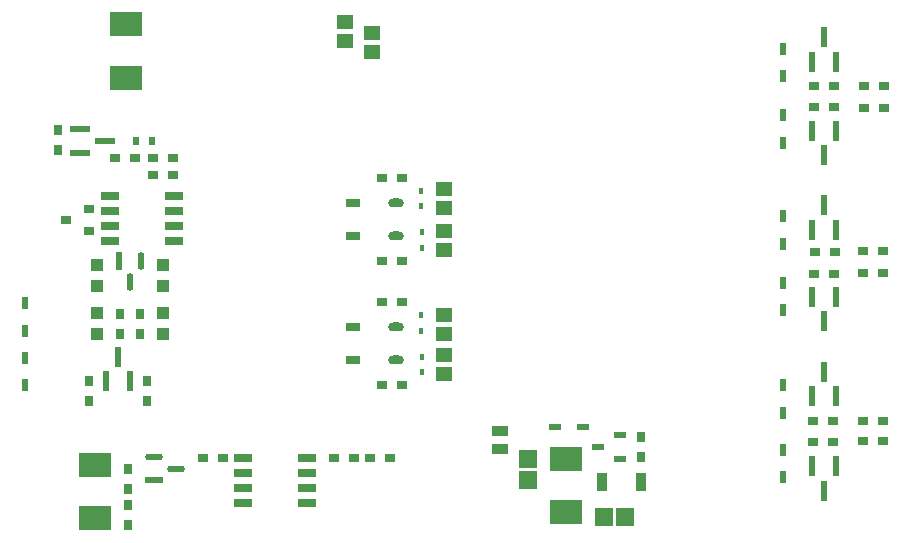
<source format=gbr>
%TF.GenerationSoftware,Altium Limited,Altium Designer,21.6.4 (81)*%
G04 Layer_Color=128*
%FSLAX43Y43*%
%MOMM*%
%TF.SameCoordinates,EF7AACBD-433E-4B6D-8733-A8E214C0EB56*%
%TF.FilePolarity,Positive*%
%TF.FileFunction,Paste,Bot*%
%TF.Part,Single*%
G01*
G75*
%TA.AperFunction,SMDPad,CuDef*%
%ADD11R,0.900X0.800*%
%ADD32R,0.800X0.900*%
%ADD33R,1.524X0.578*%
G04:AMPARAMS|DCode=34|XSize=1.524mm|YSize=0.578mm|CornerRadius=0.289mm|HoleSize=0mm|Usage=FLASHONLY|Rotation=0.000|XOffset=0mm|YOffset=0mm|HoleType=Round|Shape=RoundedRectangle|*
%AMROUNDEDRECTD34*
21,1,1.524,0.000,0,0,0.0*
21,1,0.946,0.578,0,0,0.0*
1,1,0.578,0.473,0.000*
1,1,0.578,-0.473,0.000*
1,1,0.578,-0.473,0.000*
1,1,0.578,0.473,0.000*
%
%ADD34ROUNDEDRECTD34*%
%ADD35R,1.525X0.650*%
%ADD36R,2.800X2.000*%
%ADD37R,1.456X1.305*%
%ADD38R,1.308X0.762*%
G04:AMPARAMS|DCode=39|XSize=1.308mm|YSize=0.762mm|CornerRadius=0.381mm|HoleSize=0mm|Usage=FLASHONLY|Rotation=0.000|XOffset=0mm|YOffset=0mm|HoleType=Round|Shape=RoundedRectangle|*
%AMROUNDEDRECTD39*
21,1,1.308,0.000,0,0,0.0*
21,1,0.546,0.762,0,0,0.0*
1,1,0.762,0.273,0.000*
1,1,0.762,-0.273,0.000*
1,1,0.762,-0.273,0.000*
1,1,0.762,0.273,0.000*
%
%ADD39ROUNDEDRECTD39*%
%ADD40R,0.400X0.480*%
%ADD41R,0.608X1.686*%
%ADD42R,1.012X1.059*%
%ADD43R,0.578X1.524*%
G04:AMPARAMS|DCode=44|XSize=1.524mm|YSize=0.578mm|CornerRadius=0.289mm|HoleSize=0mm|Usage=FLASHONLY|Rotation=270.000|XOffset=0mm|YOffset=0mm|HoleType=Round|Shape=RoundedRectangle|*
%AMROUNDEDRECTD44*
21,1,1.524,0.000,0,0,270.0*
21,1,0.946,0.578,0,0,270.0*
1,1,0.578,0.000,-0.473*
1,1,0.578,0.000,0.473*
1,1,0.578,0.000,0.473*
1,1,0.578,0.000,-0.473*
%
%ADD44ROUNDEDRECTD44*%
%ADD45R,0.600X0.700*%
%ADD46R,1.686X0.608*%
%ADD47R,0.900X0.800*%
%ADD48R,0.500X1.075*%
%ADD49R,1.350X0.950*%
%ADD50R,1.556X1.505*%
%ADD51R,1.086X0.528*%
%ADD52R,1.505X1.556*%
%ADD54R,1.075X0.500*%
%TA.AperFunction,NonConductor*%
%ADD56R,0.900X1.600*%
D11*
X28882Y16891D02*
D03*
X30582D02*
D03*
X44753D02*
D03*
X43053D02*
D03*
X41668D02*
D03*
X39968D02*
D03*
X45745Y23038D02*
D03*
X44045D02*
D03*
X45745Y40589D02*
D03*
X44045D02*
D03*
X45745Y30074D02*
D03*
X44045D02*
D03*
X45745Y33553D02*
D03*
X44045D02*
D03*
X21426Y42266D02*
D03*
X23126D02*
D03*
X24677D02*
D03*
X26377D02*
D03*
Y40792D02*
D03*
X24677D02*
D03*
X82333Y46533D02*
D03*
X80633D02*
D03*
X86499Y32512D02*
D03*
X84799D02*
D03*
X80608Y48311D02*
D03*
X82308D02*
D03*
X84900Y48362D02*
D03*
X86600D02*
D03*
X86550Y46482D02*
D03*
X84850D02*
D03*
X84799Y34392D02*
D03*
X86499D02*
D03*
X82384Y32461D02*
D03*
X80684D02*
D03*
X80709Y34315D02*
D03*
X82409D02*
D03*
X80571Y19964D02*
D03*
X82271D02*
D03*
X84760Y19990D02*
D03*
X86460D02*
D03*
Y18263D02*
D03*
X84760D02*
D03*
X82271Y18237D02*
D03*
X80571D02*
D03*
D32*
X22606Y11203D02*
D03*
Y12903D02*
D03*
Y14249D02*
D03*
Y15949D02*
D03*
X19253Y21668D02*
D03*
Y23368D02*
D03*
X24155Y21668D02*
D03*
Y23368D02*
D03*
X23546Y27358D02*
D03*
Y29058D02*
D03*
X21920Y27383D02*
D03*
Y29083D02*
D03*
X16662Y44626D02*
D03*
Y42926D02*
D03*
X65964Y16916D02*
D03*
Y18616D02*
D03*
D33*
X24790Y15011D02*
D03*
D34*
Y16911D02*
D03*
X26611Y15961D02*
D03*
D35*
X32270Y16891D02*
D03*
Y15621D02*
D03*
Y14351D02*
D03*
Y13081D02*
D03*
X37694D02*
D03*
Y14351D02*
D03*
Y15621D02*
D03*
Y16891D02*
D03*
X21037Y39065D02*
D03*
Y37795D02*
D03*
Y36525D02*
D03*
Y35255D02*
D03*
X26461D02*
D03*
Y36525D02*
D03*
Y37795D02*
D03*
Y39065D02*
D03*
D36*
X19812Y11771D02*
D03*
Y16271D02*
D03*
X22428Y53558D02*
D03*
Y49058D02*
D03*
X59665Y12304D02*
D03*
Y16804D02*
D03*
D37*
X40945Y52158D02*
D03*
Y53760D02*
D03*
X43205Y51230D02*
D03*
Y52832D02*
D03*
X49352Y39637D02*
D03*
Y38036D02*
D03*
X49301Y23976D02*
D03*
Y25578D02*
D03*
X49352Y34505D02*
D03*
Y36107D02*
D03*
Y28919D02*
D03*
Y27317D02*
D03*
D38*
X41587Y25146D02*
D03*
Y35662D02*
D03*
Y38481D02*
D03*
Y27965D02*
D03*
D39*
X45237Y25146D02*
D03*
Y35662D02*
D03*
Y38481D02*
D03*
Y27965D02*
D03*
D40*
X47422Y34671D02*
D03*
Y35991D02*
D03*
X47396Y39471D02*
D03*
Y38151D02*
D03*
Y28956D02*
D03*
Y27636D02*
D03*
X47422Y24105D02*
D03*
Y25425D02*
D03*
D41*
X22758Y23382D02*
D03*
X20726D02*
D03*
X21742Y25437D02*
D03*
X80493Y30466D02*
D03*
X82525D02*
D03*
X81509Y28411D02*
D03*
X82525Y36197D02*
D03*
X80493D02*
D03*
X81509Y38252D02*
D03*
X82474Y22061D02*
D03*
X80442D02*
D03*
X81458Y24117D02*
D03*
X80467Y16141D02*
D03*
X82499D02*
D03*
X81483Y14085D02*
D03*
X80467Y44563D02*
D03*
X82499D02*
D03*
X81483Y42508D02*
D03*
X82499Y50421D02*
D03*
X80467D02*
D03*
X81483Y52476D02*
D03*
D42*
X25552Y27380D02*
D03*
Y29134D02*
D03*
X19939Y27380D02*
D03*
Y29134D02*
D03*
Y31457D02*
D03*
Y33211D02*
D03*
X25552Y31457D02*
D03*
Y33211D02*
D03*
D43*
X21793Y33553D02*
D03*
D44*
X23693D02*
D03*
X22743Y31733D02*
D03*
D45*
X24627Y43688D02*
D03*
X23227D02*
D03*
D46*
X18530Y42697D02*
D03*
Y44729D02*
D03*
X20586Y43713D02*
D03*
D47*
X17279Y37018D02*
D03*
X19279Y36068D02*
D03*
Y37968D02*
D03*
D48*
X78054Y37332D02*
D03*
Y35008D02*
D03*
Y51479D02*
D03*
Y49155D02*
D03*
Y43542D02*
D03*
Y45866D02*
D03*
X78029Y29369D02*
D03*
Y31693D02*
D03*
Y23006D02*
D03*
Y20682D02*
D03*
Y15221D02*
D03*
Y17545D02*
D03*
X13818Y29940D02*
D03*
Y27616D02*
D03*
Y23019D02*
D03*
Y25343D02*
D03*
D49*
X54102Y19140D02*
D03*
Y17640D02*
D03*
D50*
X56464Y14988D02*
D03*
Y16789D02*
D03*
D51*
X64199Y18771D02*
D03*
Y16739D02*
D03*
X62343Y17755D02*
D03*
D52*
X62853Y11887D02*
D03*
X64655D02*
D03*
D54*
X58757Y19456D02*
D03*
X61081D02*
D03*
D56*
X65962Y14808D02*
D03*
X62662D02*
D03*
%TF.MD5,621289b1a8044bb79700ec952cfe7756*%
M02*

</source>
